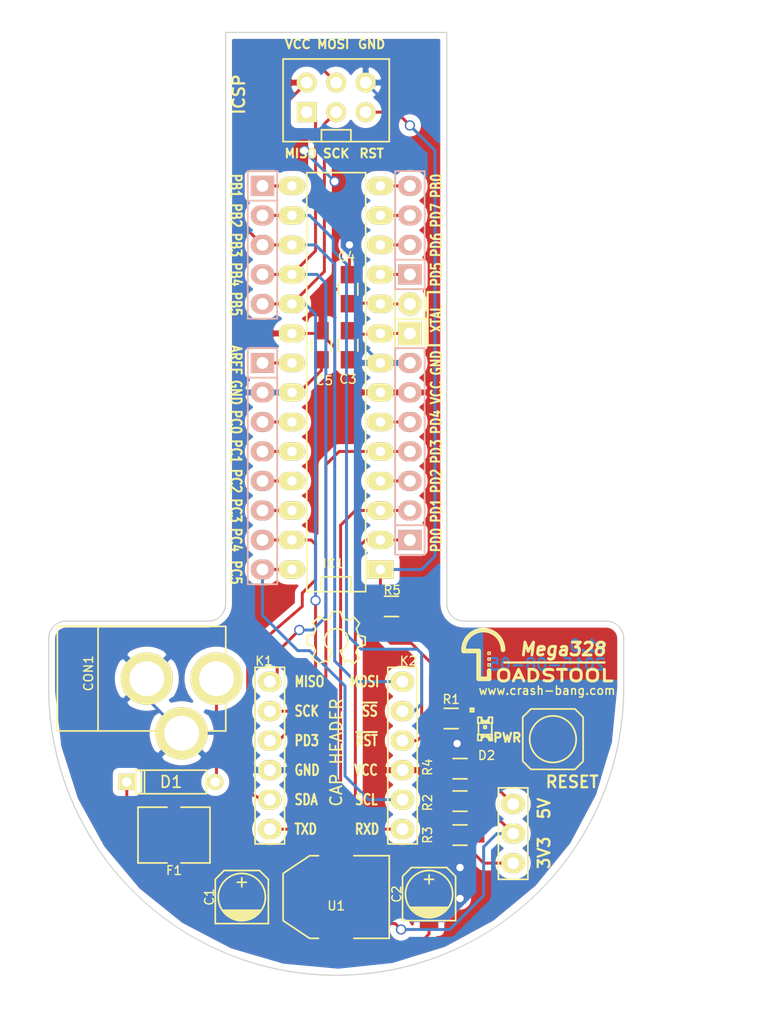
<source format=kicad_pcb>
(kicad_pcb (version 4) (host pcbnew "(2015-04-22 BZR 5620)-product")
  (layers (0 F.Cu signal) (31 B.Cu signal) (34 B.Paste user) (35 F.Paste user) (36 B.SilkS user) (37 F.SilkS user) (38 B.Mask user) (39 F.Mask user) (44 Edge.Cuts user))
  (net 0 "")
  (net 1 "Net-(C1-Pad1)")
  (net 2 GND)
  (net 3 VCC)
  (net 4 /XTAL1)
  (net 5 /XTAL2)
  (net 6 "Net-(CON1-Pad1)")
  (net 7 "Net-(D1-Pad2)")
  (net 8 "Net-(D2-Pad1)")
  (net 9 /PD0)
  (net 10 /PD1)
  (net 11 /PD2)
  (net 12 /PD3)
  (net 13 /PD4)
  (net 14 /PD5)
  (net 15 /PD6)
  (net 16 /PD7)
  (net 17 /PB0)
  (net 18 /RST)
  (net 19 /PB1)
  (net 20 /PB2)
  (net 21 /PB3)
  (net 22 /PB4)
  (net 23 /PB5)
  (net 24 /AREF)
  (net 25 /PC0)
  (net 26 /PC1)
  (net 27 /PC2)
  (net 28 /PC3)
  (net 29 /PC4)
  (net 30 /PC5)
  (net 31 "Net-(K3-Pad2)")
  (net 32 /3.3V)
  (net 33 /5V)
  (module Capacitors_SMD:C_0805_HandSoldering (layer F.Cu) (at 207.01 74.676 270)
    (fp_text reference C5 (at 3.048 -0.254 360) (layer F.SilkS) (effects (font (size 0.762 0.762) (thickness 0.125))))
    (fp_text value 100nF hide)
    (pad 1 smd rect (at -1.25 0 270) (size 1.5 1.25) (layers F.Cu F.Paste F.Mask) (net 3 VCC))
    (pad 2 smd rect (at 1.25 0 270) (size 1.5 1.25) (layers F.Cu F.Paste F.Mask) (net 2 GND))
  )
  (module Capacitors_SMD:C_0805_HandSoldering (layer F.Cu) (at 209.296 69.85 270)
    (fp_text reference C4 (at -2.794 0.127 360) (layer F.SilkS) (effects (font (size 0.762 0.762) (thickness 0.125))))
    (fp_text value 22pF hide)
    (pad 1 smd rect (at -1.25 0 270) (size 1.5 1.25) (layers F.Cu F.Paste F.Mask) (net 2 GND))
    (pad 2 smd rect (at 1.25 0 270) (size 1.5 1.25) (layers F.Cu F.Paste F.Mask) (net 5 /XTAL2))
  )
  (module ATMEGA328P-P (layer F.Cu) (at 208.28 77.47 90)
    (fp_text reference IC1 (at -16.002 -0.254 180) (layer F.SilkS) (effects (font (size 0.762 0.762) (thickness 0.127))))
    (fp_text value ATMEGA328P-P hide)
    (pad 2 thru_hole oval (at -13.97 3.81 90) (size 1.5748 2.286) (drill 0.8128) (layers *.Cu *.Mask F.SilkS) (net 9 /PD0))
    (pad 3 thru_hole oval (at -11.43 3.81 90) (size 1.5748 2.286) (drill 0.8128) (layers *.Cu *.Mask F.SilkS) (net 10 /PD1))
    (pad 4 thru_hole oval (at -8.89 3.81 90) (size 1.5748 2.286) (drill 0.8128) (layers *.Cu *.Mask F.SilkS) (net 11 /PD2))
    (pad 5 thru_hole oval (at -6.35 3.81 90) (size 1.5748 2.286) (drill 0.8128) (layers *.Cu *.Mask F.SilkS) (net 12 /PD3))
    (pad 6 thru_hole oval (at -3.81 3.81 90) (size 1.5748 2.286) (drill 0.8128) (layers *.Cu *.Mask F.SilkS) (net 13 /PD4))
    (pad 7 thru_hole oval (at -1.27 3.81 90) (size 1.5748 2.286) (drill 0.8128) (layers *.Cu *.Mask F.SilkS) (net 3 VCC))
    (pad 8 thru_hole oval (at 1.27 3.81 90) (size 1.5748 2.286) (drill 0.8128) (layers *.Cu *.Mask F.SilkS) (net 2 GND))
    (pad 9 thru_hole oval (at 3.81 3.81 90) (size 1.5748 2.286) (drill 0.8128) (layers *.Cu *.Mask F.SilkS) (net 4 /XTAL1))
    (pad 10 thru_hole oval (at 6.35 3.81 90) (size 1.5748 2.286) (drill 0.8128) (layers *.Cu *.Mask F.SilkS) (net 5 /XTAL2))
    (pad 11 thru_hole oval (at 8.89 3.81 90) (size 1.5748 2.286) (drill 0.8128) (layers *.Cu *.Mask F.SilkS) (net 14 /PD5))
    (pad 12 thru_hole oval (at 11.43 3.81 90) (size 1.5748 2.286) (drill 0.8128) (layers *.Cu *.Mask F.SilkS) (net 15 /PD6))
    (pad 13 thru_hole oval (at 13.97 3.81 90) (size 1.5748 2.286) (drill 0.8128) (layers *.Cu *.Mask F.SilkS) (net 16 /PD7))
    (pad 14 thru_hole oval (at 16.51 3.81 90) (size 1.5748 2.286) (drill 0.8128) (layers *.Cu *.Mask F.SilkS) (net 17 /PB0))
    (pad 1 thru_hole rect (at -16.51 3.81 90) (size 1.5748 2.286) (drill 0.8128) (layers *.Cu *.Mask F.SilkS) (net 18 /RST))
    (pad 15 thru_hole oval (at 16.51 -3.81 90) (size 1.5748 2.286) (drill 0.8128) (layers *.Cu *.Mask F.SilkS) (net 19 /PB1))
    (pad 16 thru_hole oval (at 13.97 -3.81 90) (size 1.5748 2.286) (drill 0.8128) (layers *.Cu *.Mask F.SilkS) (net 20 /PB2))
    (pad 17 thru_hole oval (at 11.43 -3.81 90) (size 1.5748 2.286) (drill 0.8128) (layers *.Cu *.Mask F.SilkS) (net 21 /PB3))
    (pad 18 thru_hole oval (at 8.89 -3.81 90) (size 1.5748 2.286) (drill 0.8128) (layers *.Cu *.Mask F.SilkS) (net 22 /PB4))
    (pad 19 thru_hole oval (at 6.35 -3.81 90) (size 1.5748 2.286) (drill 0.8128) (layers *.Cu *.Mask F.SilkS) (net 23 /PB5))
    (pad 20 thru_hole oval (at 3.81 -3.81 90) (size 1.5748 2.286) (drill 0.8128) (layers *.Cu *.Mask F.SilkS) (net 3 VCC))
    (pad 21 thru_hole oval (at 1.27 -3.81 90) (size 1.5748 2.286) (drill 0.8128) (layers *.Cu *.Mask F.SilkS) (net 24 /AREF))
    (pad 22 thru_hole oval (at -1.27 -3.81 90) (size 1.5748 2.286) (drill 0.8128) (layers *.Cu *.Mask F.SilkS) (net 2 GND))
    (pad 23 thru_hole oval (at -3.81 -3.81 90) (size 1.5748 2.286) (drill 0.8128) (layers *.Cu *.Mask F.SilkS) (net 25 /PC0))
    (pad 24 thru_hole oval (at -6.35 -3.81 90) (size 1.5748 2.286) (drill 0.8128) (layers *.Cu *.Mask F.SilkS) (net 26 /PC1))
    (pad 25 thru_hole oval (at -8.89 -3.81 90) (size 1.5748 2.286) (drill 0.8128) (layers *.Cu *.Mask F.SilkS) (net 27 /PC2))
    (pad 26 thru_hole oval (at -11.43 -3.81 90) (size 1.5748 2.286) (drill 0.8128) (layers *.Cu *.Mask F.SilkS) (net 28 /PC3))
    (pad 27 thru_hole oval (at -13.97 -3.81 90) (size 1.5748 2.286) (drill 0.8128) (layers *.Cu *.Mask F.SilkS) (net 29 /PC4))
    (pad 28 thru_hole oval (at -16.51 -3.81 90) (size 1.5748 2.286) (drill 0.8128) (layers *.Cu *.Mask F.SilkS) (net 30 /PC5))
  )
  (module Resistors_SMD:R_0805_HandSoldering (layer F.Cu) (at 213.0425 97.155)
    (fp_text reference R5 (at 0.0635 -1.397) (layer F.SilkS) (effects (font (size 0.762 0.762) (thickness 0.125))))
    (fp_text value 10k hide)
    (pad 1 smd rect (at -1.35 0) (size 1.5 1.3) (layers F.Cu F.Paste F.Mask) (net 18 /RST))
    (pad 2 smd rect (at 1.35 0) (size 1.5 1.3) (layers F.Cu F.Paste F.Mask) (net 3 VCC))
  )
  (module Pin_Headers:Pin_Header_Straight_1x07 (layer B.Cu) (at 214.63 83.82 90)
    (fp_text reference K5 hide)
    (fp_text value "PIN 2-8" hide)
    (pad 1 thru_hole rect (at -7.62 0 90) (size 1.7272 2.032) (drill 1.016) (layers *.Cu *.Mask B.SilkS) (net 9 /PD0))
    (pad 2 thru_hole oval (at -5.08 0 90) (size 1.7272 2.032) (drill 1.016) (layers *.Cu *.Mask B.SilkS) (net 10 /PD1))
    (pad 3 thru_hole oval (at -2.54 0 90) (size 1.7272 2.032) (drill 1.016) (layers *.Cu *.Mask B.SilkS) (net 11 /PD2))
    (pad 4 thru_hole oval (at 0 0 90) (size 1.7272 2.032) (drill 1.016) (layers *.Cu *.Mask B.SilkS) (net 12 /PD3))
    (pad 5 thru_hole oval (at 2.54 0 90) (size 1.7272 2.032) (drill 1.016) (layers *.Cu *.Mask B.SilkS) (net 13 /PD4))
    (pad 6 thru_hole oval (at 5.08 0 90) (size 1.7272 2.032) (drill 1.016) (layers *.Cu *.Mask B.SilkS) (net 3 VCC))
    (pad 7 thru_hole oval (at 7.62 0 90) (size 1.7272 2.032) (drill 1.016) (layers *.Cu *.Mask B.SilkS) (net 2 GND))
  )
  (module Pin_Headers:Pin_Header_Straight_1x08 (layer B.Cu) (at 201.93 85.09 270)
    (fp_text reference K6 hide)
    (fp_text value "PIN 21-28" hide)
    (pad 1 thru_hole rect (at -8.89 0 270) (size 1.7272 2.032) (drill 1.016) (layers *.Cu *.Mask B.SilkS) (net 24 /AREF))
    (pad 2 thru_hole oval (at -6.35 0 270) (size 1.7272 2.032) (drill 1.016) (layers *.Cu *.Mask B.SilkS) (net 2 GND))
    (pad 3 thru_hole oval (at -3.81 0 270) (size 1.7272 2.032) (drill 1.016) (layers *.Cu *.Mask B.SilkS) (net 25 /PC0))
    (pad 4 thru_hole oval (at -1.27 0 270) (size 1.7272 2.032) (drill 1.016) (layers *.Cu *.Mask B.SilkS) (net 26 /PC1))
    (pad 5 thru_hole oval (at 1.27 0 270) (size 1.7272 2.032) (drill 1.016) (layers *.Cu *.Mask B.SilkS) (net 27 /PC2))
    (pad 6 thru_hole oval (at 3.81 0 270) (size 1.7272 2.032) (drill 1.016) (layers *.Cu *.Mask B.SilkS) (net 28 /PC3))
    (pad 7 thru_hole oval (at 6.35 0 270) (size 1.7272 2.032) (drill 1.016) (layers *.Cu *.Mask B.SilkS) (net 29 /PC4))
    (pad 8 thru_hole oval (at 8.89 0 270) (size 1.7272 2.032) (drill 1.016) (layers *.Cu *.Mask B.SilkS) (net 30 /PC5))
  )
  (module Socket_Strips:Socket_Strip_Straight_1x02 (layer F.Cu) (at 214.63 72.39 270)
    (fp_text reference K7 hide)
    (fp_text value XTAL hide)
    (pad 1 thru_hole rect (at 1.27 0 90) (size 2.032 2.032) (drill 1.016) (layers *.Cu *.Mask F.SilkS) (net 4 /XTAL1))
    (pad 2 thru_hole oval (at -1.27 0 90) (size 2.032 2.032) (drill 1.016) (layers *.Cu *.Mask F.SilkS) (net 5 /XTAL2))
  )
  (module Pin_Headers:Pin_Header_Straight_1x05 (layer B.Cu) (at 201.93 66.04 270)
    (fp_text reference K8 hide)
    (fp_text value "PIN 15-19" hide)
    (pad 1 thru_hole rect (at -5.08 0 270) (size 1.7272 2.032) (drill 1.016) (layers *.Cu *.Mask B.SilkS) (net 19 /PB1))
    (pad 2 thru_hole oval (at -2.54 0 270) (size 1.7272 2.032) (drill 1.016) (layers *.Cu *.Mask B.SilkS) (net 20 /PB2))
    (pad 3 thru_hole oval (at 0 0 270) (size 1.7272 2.032) (drill 1.016) (layers *.Cu *.Mask B.SilkS) (net 21 /PB3))
    (pad 4 thru_hole oval (at 2.54 0 270) (size 1.7272 2.032) (drill 1.016) (layers *.Cu *.Mask B.SilkS) (net 22 /PB4))
    (pad 5 thru_hole oval (at 5.08 0 270) (size 1.7272 2.032) (drill 1.016) (layers *.Cu *.Mask B.SilkS) (net 23 /PB5))
  )
  (module Pin_Headers:Pin_Header_Straight_1x04 (layer B.Cu) (at 214.63 64.77 90)
    (fp_text reference K9 hide)
    (fp_text value "PIN 11-14" hide)
    (pad 1 thru_hole rect (at -3.81 0 90) (size 1.7272 2.032) (drill 1.016) (layers *.Cu *.Mask B.SilkS) (net 14 /PD5))
    (pad 2 thru_hole oval (at -1.27 0 90) (size 1.7272 2.032) (drill 1.016) (layers *.Cu *.Mask B.SilkS) (net 15 /PD6))
    (pad 3 thru_hole oval (at 1.27 0 90) (size 1.7272 2.032) (drill 1.016) (layers *.Cu *.Mask B.SilkS) (net 16 /PD7))
    (pad 4 thru_hole oval (at 3.81 0 90) (size 1.7272 2.032) (drill 1.016) (layers *.Cu *.Mask B.SilkS) (net 17 /PB0))
  )
  (module Toadstool:Toadstool_Logo (layer F.Cu) (at 225.552 101.092)
    (fp_text reference Toadstool_Logo hide)
    (fp_text value LOGO** hide)
    (fp_text user OADSTOOL (at 1.524 2.032) (layer F.SilkS) (effects (font (size 1 1.35) (thickness 0.25))))
  )
  (module Toadstool:LED-0805 (layer F.Cu) (at 221.107 107.696 270)
    (fp_text reference D2 (at 2.286 -0.127 540) (layer F.SilkS) (effects (font (size 0.762 0.762) (thickness 0.127))))
    (fp_text value PWR (at 0.762 -1.905 360) (layer F.SilkS) (effects (font (size 0.762 0.762) (thickness 0.1905))))
    (pad 1 smd rect (at -1.04902 0 270) (size 1.19888 1.19888) (layers F.Cu F.Paste F.Mask) (net 8 "Net-(D2-Pad1)"))
    (pad 2 smd rect (at 1.04902 0 270) (size 1.19888 1.19888) (layers F.Cu F.Paste F.Mask) (net 2 GND))
  )
  (module Toadstool:ICSP_Header_2x03 (layer F.Cu) (at 205.74 54.61 90)
    (fp_text reference K4 hide)
    (fp_text value ICSP (at 1.524 -5.842 90) (layer F.SilkS) (effects (font (thickness 0.2))))
    (pad 1 thru_hole rect (at 0 0 90) (size 1.7272 1.7272) (drill 1.016) (layers *.Cu *.Mask F.SilkS) (net 22 /PB4))
    (pad 2 thru_hole oval (at 2.54 0 90) (size 1.7272 1.7272) (drill 1.016) (layers *.Cu *.Mask F.SilkS) (net 3 VCC))
    (pad 3 thru_hole oval (at 0 2.54 90) (size 1.7272 1.7272) (drill 1.016) (layers *.Cu *.Mask F.SilkS) (net 23 /PB5))
    (pad 4 thru_hole oval (at 2.54 2.54 90) (size 1.7272 1.7272) (drill 1.016) (layers *.Cu *.Mask F.SilkS) (net 21 /PB3))
    (pad 5 thru_hole oval (at 0 5.08 90) (size 1.7272 1.7272) (drill 1.016) (layers *.Cu *.Mask F.SilkS) (net 18 /RST))
    (pad 6 thru_hole oval (at 2.54 5.08 90) (size 1.7272 1.7272) (drill 1.016) (layers *.Cu *.Mask F.SilkS) (net 2 GND))
  )
  (module Toadstool:c_elec_4x5.3 (layer F.Cu) (at 200.152 122.174 90)
    (fp_text reference C1 (at 0 -2.794 90) (layer F.SilkS) (effects (font (size 0.762 0.762) (thickness 0.127))))
    (fp_text value 10uF hide)
    (pad 1 smd rect (at 1.80086 0 90) (size 2.60096 1.6002) (layers F.Cu F.Paste F.Mask) (net 1 "Net-(C1-Pad1)"))
    (pad 2 smd rect (at -1.80086 0 90) (size 2.60096 1.6002) (layers F.Cu F.Paste F.Mask) (net 2 GND))
  )
  (module Toadstool:SOT-223 (layer F.Cu) (at 208.28 122.174 90)
    (fp_text reference U1 (at -0.762 0 180) (layer F.SilkS) (effects (font (size 0.762 0.762) (thickness 0.127))))
    (fp_text value LD1117 hide)
    (pad 2 smd rect (at 0 -3.302 90) (size 3.6576 2.032) (layers F.Cu F.Paste F.Mask) (net 3 VCC))
    (pad 2 smd rect (at 0 3.302 90) (size 1.016 2.032) (layers F.Cu F.Paste F.Mask) (net 3 VCC))
    (pad 3 smd rect (at 2.286 3.302 90) (size 1.016 2.032) (layers F.Cu F.Paste F.Mask) (net 1 "Net-(C1-Pad1)"))
    (pad 1 smd rect (at -2.286 3.302 90) (size 1.016 2.032) (layers F.Cu F.Paste F.Mask) (net 31 "Net-(K3-Pad2)"))
  )
  (module Toadstool:Socket_Strip_Straight_1x06 (layer F.Cu) (at 202.565 103.632 270)
    (fp_text reference K1 (at -1.778 0.508 360) (layer F.SilkS) (effects (font (size 0.762 0.762) (thickness 0.127))))
    (fp_text value CAP_CONN_LHS hide)
    (pad 1 thru_hole oval (at 0 0 270) (size 1.7272 2.032) (drill 1.016) (layers *.Cu *.Mask F.SilkS) (net 22 /PB4))
    (pad 2 thru_hole oval (at 2.54 0 270) (size 1.7272 2.032) (drill 1.016) (layers *.Cu *.Mask F.SilkS) (net 23 /PB5))
    (pad 3 thru_hole oval (at 5.08 0 270) (size 1.7272 2.032) (drill 1.016) (layers *.Cu *.Mask F.SilkS) (net 12 /PD3))
    (pad 4 thru_hole oval (at 7.62 0 270) (size 1.7272 2.032) (drill 1.016) (layers *.Cu *.Mask F.SilkS) (net 2 GND))
    (pad 5 thru_hole oval (at 10.16 0 270) (size 1.7272 2.032) (drill 1.016) (layers *.Cu *.Mask F.SilkS) (net 29 /PC4))
    (pad 6 thru_hole oval (at 12.7 0 270) (size 1.7272 2.032) (drill 1.016) (layers *.Cu *.Mask F.SilkS) (net 10 /PD1))
  )
  (module Toadstool:Socket_Strip_Straight_1x06 (layer F.Cu) (at 213.995 103.632 270)
    (fp_text reference K2 (at -1.778 -0.508 360) (layer F.SilkS) (effects (font (size 0.762 0.762) (thickness 0.127))))
    (fp_text value CAP_CONN_RHS hide)
    (pad 1 thru_hole oval (at 0 0 270) (size 1.7272 2.032) (drill 1.016) (layers *.Cu *.Mask F.SilkS) (net 21 /PB3))
    (pad 2 thru_hole oval (at 2.54 0 270) (size 1.7272 2.032) (drill 1.016) (layers *.Cu *.Mask F.SilkS) (net 20 /PB2))
    (pad 3 thru_hole oval (at 5.08 0 270) (size 1.7272 2.032) (drill 1.016) (layers *.Cu *.Mask F.SilkS) (net 18 /RST))
    (pad 4 thru_hole oval (at 7.62 0 270) (size 1.7272 2.032) (drill 1.016) (layers *.Cu *.Mask F.SilkS) (net 3 VCC))
    (pad 5 thru_hole oval (at 10.16 0 270) (size 1.7272 2.032) (drill 1.016) (layers *.Cu *.Mask F.SilkS) (net 30 /PC5))
    (pad 6 thru_hole oval (at 12.7 0 270) (size 1.7272 2.032) (drill 1.016) (layers *.Cu *.Mask F.SilkS) (net 9 /PD0))
  )
  (module Toadstool:Diode_D3 (layer F.Cu) (at 194.056 112.268 180)
    (fp_text reference D1 (at 0 0 180) (layer F.SilkS))
    (fp_text value DIODE hide)
    (pad 2 thru_hole rect (at 3.81 0 180) (size 1.397 1.397) (drill 0.8128) (layers *.Cu *.Mask F.SilkS) (net 7 "Net-(D1-Pad2)"))
    (pad 1 thru_hole circle (at -3.81 0 180) (size 1.397 1.397) (drill 0.8128) (layers *.Cu *.Mask F.SilkS) (net 6 "Net-(CON1-Pad1)"))
  )
  (module Toadstool:Symbol_OSHW-Logo_SilkScreen (layer F.Cu) (at 208.28 100.076)
    (fp_text reference REF** hide)
    (fp_text value Symbol_OSHW-Logo_SilkScreen hide)
  )
  (module Toadstool:c_elec_4x5.3 (layer F.Cu) (at 216.281 121.92 90)
    (fp_text reference C2 (at 0 -2.794 90) (layer F.SilkS) (effects (font (size 0.762 0.762) (thickness 0.125))))
    (fp_text value 10uF hide)
    (pad 1 smd rect (at 1.80086 0 90) (size 2.60096 1.6002) (layers F.Cu F.Paste F.Mask) (net 3 VCC))
    (pad 2 smd rect (at -1.80086 0 90) (size 2.60096 1.6002) (layers F.Cu F.Paste F.Mask) (net 2 GND))
  )
  (module Resistors_SMD:R_0805_HandSoldering (layer F.Cu) (at 218.186 106.807 180)
    (fp_text reference R1 (at 0 1.651 180) (layer F.SilkS) (effects (font (size 0.762 0.762) (thickness 0.125))))
    (fp_text value R330 hide)
    (pad 1 smd rect (at -1.35 0 180) (size 1.5 1.3) (layers F.Cu F.Paste F.Mask) (net 8 "Net-(D2-Pad1)"))
    (pad 2 smd rect (at 1.35 0 180) (size 1.5 1.3) (layers F.Cu F.Paste F.Mask) (net 3 VCC))
  )
  (module Resistors_SMD:R_0805_HandSoldering (layer F.Cu) (at 218.948 111.125)
    (fp_text reference R4 (at -2.794 -0.127 90) (layer F.SilkS) (effects (font (size 0.762 0.762) (thickness 0.125))))
    (fp_text value 360R hide)
    (pad 1 smd rect (at -1.35 0) (size 1.5 1.3) (layers F.Cu F.Paste F.Mask) (net 2 GND))
    (pad 2 smd rect (at 1.35 0) (size 1.5 1.3) (layers F.Cu F.Paste F.Mask) (net 33 /5V))
  )
  (module Resistors_SMD:R_0805_HandSoldering (layer F.Cu) (at 218.948 113.919 180)
    (fp_text reference R2 (at 2.794 -0.127 270) (layer F.SilkS) (effects (font (size 0.762 0.762) (thickness 0.125))))
    (fp_text value 120R hide)
    (pad 1 smd rect (at -1.35 0 180) (size 1.5 1.3) (layers F.Cu F.Paste F.Mask) (net 31 "Net-(K3-Pad2)"))
    (pad 2 smd rect (at 1.35 0 180) (size 1.5 1.3) (layers F.Cu F.Paste F.Mask) (net 3 VCC))
  )
  (module Resistors_SMD:R_0805_HandSoldering (layer F.Cu) (at 218.948 116.84)
    (fp_text reference R3 (at -2.794 0 90) (layer F.SilkS) (effects (font (size 0.762 0.762) (thickness 0.125))))
    (fp_text value 200R hide)
    (pad 1 smd rect (at -1.35 0) (size 1.5 1.3) (layers F.Cu F.Paste F.Mask) (net 2 GND))
    (pad 2 smd rect (at 1.35 0) (size 1.5 1.3) (layers F.Cu F.Paste F.Mask) (net 32 /3.3V))
  )
  (module Toadstool:Switch_SMT_Alps_SKQGAxE010 (layer F.Cu) (at 226.949 108.585)
    (fp_text reference SW1 hide)
    (fp_text value RESET (at 1.651 3.683) (layer F.SilkS) (effects (font (thickness 0.2))))
    (pad 1 smd rect (at -3.1 -1.85) (size 2 1.5) (layers F.Cu F.Paste F.Mask) (net 18 /RST))
    (pad 1 smd rect (at 3.1 -1.85) (size 2 1.5) (layers F.Cu F.Paste F.Mask) (net 18 /RST))
    (pad 2 smd rect (at -3.1 1.85) (size 2 1.5) (layers F.Cu F.Paste F.Mask) (net 2 GND))
    (pad 2 smd rect (at 3.1 1.85) (size 2 1.5) (layers F.Cu F.Paste F.Mask) (net 2 GND))
  )
  (module Toadstool:MiniSMDPTC-4532 (layer F.Cu) (at 194.31 116.84 180)
    (fp_text reference F1 (at 0 -3.048 180) (layer F.SilkS) (effects (font (size 0.762 0.762) (thickness 0.125))))
    (fp_text value 750mA hide)
    (pad 1 smd rect (at -1.6 0 180) (size 1.7 3.15) (layers F.Cu F.Paste F.Mask) (net 1 "Net-(C1-Pad1)"))
    (pad 2 smd rect (at 1.5 0 180) (size 1.7 3.15) (layers F.Cu F.Paste F.Mask) (net 7 "Net-(D1-Pad2)"))
  )
  (module Toadstool:BARREL_JACK_No_Slot (layer F.Cu) (at 191.77 103.378)
    (fp_text reference CON1 (at -4.826 -0.4572 90) (layer F.SilkS) (effects (font (size 0.762 0.762) (thickness 0.125))))
    (fp_text value BARREL_JACK hide)
    (pad 1 thru_hole circle (at 6.20014 0) (size 4.5 4.5) (drill 3) (layers *.Cu *.Mask F.SilkS) (net 6 "Net-(CON1-Pad1)"))
    (pad 2 thru_hole circle (at 0.20066 0) (size 4.5 4.5) (drill 3) (layers *.Cu *.Mask F.SilkS) (net 2 GND))
    (pad 3 thru_hole circle (at 3.2004 4.699) (size 4.5 4.5) (drill 3) (layers *.Cu *.Mask F.SilkS) (net 2 GND))
  )
  (module Capacitors_SMD:C_0805_HandSoldering (layer F.Cu) (at 209.296 74.676 90)
    (fp_text reference C3 (at -2.921 0 180) (layer F.SilkS) (effects (font (size 0.762 0.762) (thickness 0.125))))
    (fp_text value 22pF hide)
    (pad 1 smd rect (at -1.25 0 90) (size 1.5 1.25) (layers F.Cu F.Paste F.Mask) (net 2 GND))
    (pad 2 smd rect (at 1.25 0 90) (size 1.5 1.25) (layers F.Cu F.Paste F.Mask) (net 4 /XTAL1))
  )
  (module Toadstool:Pin_Header_Straight_1x03 (layer F.Cu) (at 223.52 119.253 180)
    (fp_text reference K3 hide)
    (fp_text value V-SELECT hide)
    (pad 1 thru_hole oval (at 0 0 180) (size 2.032 1.7272) (drill 1.016) (layers *.Cu *.Mask F.SilkS) (net 32 /3.3V))
    (pad 2 thru_hole oval (at 0 2.54 180) (size 2.032 1.7272) (drill 1.016) (layers *.Cu *.Mask F.SilkS) (net 31 "Net-(K3-Pad2)"))
    (pad 3 thru_hole oval (at 0 5.08 180) (size 2.032 1.7272) (drill 1.016) (layers *.Cu *.Mask F.SilkS) (net 33 /5V))
  )
  (gr_text "CAP HEADER" (at 208.28 109.728 90) (layer F.SilkS) (effects (font (size 1 1))))
  (gr_text MISO (at 204.597 103.632) (layer F.SilkS) (effects (font (size 0.9 0.7) (thickness 0.175)) (justify left)))
  (gr_text SCK (at 204.597 106.172) (layer F.SilkS) (effects (font (size 0.9 0.7) (thickness 0.175)) (justify left)))
  (gr_text PD3 (at 204.597 108.712) (layer F.SilkS) (effects (font (size 0.9 0.7) (thickness 0.175)) (justify left)))
  (gr_text SDA (at 204.597 113.792) (layer F.SilkS) (effects (font (size 0.9 0.7) (thickness 0.175)) (justify left)))
  (gr_text TXD (at 204.597 116.332) (layer F.SilkS) (effects (font (size 0.9 0.7) (thickness 0.175)) (justify left)))
  (gr_text RXD (at 212.09 116.332) (layer F.SilkS) (effects (font (size 0.9 0.7) (thickness 0.175)) (justify right)))
  (gr_text SCL (at 211.963 113.792) (layer F.SilkS) (effects (font (size 0.9 0.7) (thickness 0.175)) (justify right)))
  (gr_text MOSI (at 212.09 103.632) (layer F.SilkS) (effects (font (size 0.9 0.7) (thickness 0.175)) (justify right)))
  (gr_text ~SS (at 211.963 106.172) (layer F.SilkS) (effects (font (size 0.9 0.7) (thickness 0.175)) (justify right)))
  (gr_text ~RST (at 211.963 108.712) (layer F.SilkS) (effects (font (size 0.9 0.7) (thickness 0.175)) (justify right)))
  (gr_text VCC (at 211.963 111.252) (layer F.SilkS) (effects (font (size 0.9 0.7) (thickness 0.175)) (justify right)))
  (gr_text GND (at 204.597 111.252) (layer F.SilkS) (effects (font (size 0.9 0.7) (thickness 0.175)) (justify left)))
  (gr_line (start 222.758 101.981) (end 231.394 101.981) (angle 90) (layer F.SilkS) (width 0.2))
  (gr_arc (start 219.305 96.925) (end 219.305 98.425) (angle 90) (layer Edge.Cuts) (width 0.1))
  (gr_arc (start 197.255 96.925) (end 198.755 96.925) (angle 90) (layer Edge.Cuts) (width 0.1))
  (gr_arc (start 231.545 99.925) (end 231.545 98.425) (angle 90) (layer Edge.Cuts) (width 0.1))
  (gr_arc (start 185.015 99.925) (end 183.515 99.925) (angle 90) (layer Edge.Cuts) (width 0.1))
  (gr_text VCC (at 204.978 48.768) (layer F.SilkS) (effects (font (size 0.762 0.762) (thickness 0.175))))
  (gr_text MOSI (at 208.026 48.768) (layer F.SilkS) (effects (font (size 0.762 0.762) (thickness 0.175))))
  (gr_text GND (at 211.328 48.768) (layer F.SilkS) (effects (font (size 0.762 0.762) (thickness 0.175))))
  (gr_text RST (at 211.328 58.166) (layer F.SilkS) (effects (font (size 0.762 0.762) (thickness 0.175))))
  (gr_text SCK (at 208.28 58.166) (layer F.SilkS) (effects (font (size 0.762 0.762) (thickness 0.175))))
  (gr_text MISO (at 205.232 58.166) (layer F.SilkS) (effects (font (size 0.762 0.762) (thickness 0.175))))
  (gr_text PC5 (at 199.644 94.234 270) (layer F.SilkS) (effects (font (size 0.9 0.7) (thickness 0.175))))
  (gr_text PC4 (at 199.644 91.44 270) (layer F.SilkS) (effects (font (size 0.9 0.7) (thickness 0.175))))
  (gr_text PC3 (at 199.644 88.9 270) (layer F.SilkS) (effects (font (size 0.9 0.7) (thickness 0.175))))
  (gr_text PC2 (at 199.644 86.36 270) (layer F.SilkS) (effects (font (size 0.9 0.7) (thickness 0.175))))
  (gr_text PC1 (at 199.644 83.82 270) (layer F.SilkS) (effects (font (size 0.9 0.7) (thickness 0.175))))
  (gr_text PC0 (at 199.644 81.28 270) (layer F.SilkS) (effects (font (size 0.9 0.7) (thickness 0.175))))
  (gr_text GND (at 199.644 78.74 270) (layer F.SilkS) (effects (font (size 0.9 0.7) (thickness 0.175))))
  (gr_text AREF (at 199.644 75.946 270) (layer F.SilkS) (effects (font (size 0.9 0.7) (thickness 0.175))))
  (gr_text PB5 (at 199.644 71.12 270) (layer F.SilkS) (effects (font (size 0.9 0.7) (thickness 0.175))))
  (gr_text PB4 (at 199.644 68.58 270) (layer F.SilkS) (effects (font (size 0.9 0.7) (thickness 0.175))))
  (gr_text PB3 (at 199.644 66.04 270) (layer F.SilkS) (effects (font (size 0.9 0.7) (thickness 0.175))))
  (gr_text PB2 (at 199.644 63.5 270) (layer F.SilkS) (effects (font (size 0.9 0.7) (thickness 0.175))))
  (gr_text PB1 (at 199.644 60.96 270) (layer F.SilkS) (effects (font (size 0.9 0.7) (thickness 0.175))))
  (gr_line (start 216.154 74.676) (end 217.17 74.676) (angle 90) (layer F.SilkS) (width 0.2))
  (gr_line (start 216.154 70.104) (end 216.154 74.676) (angle 90) (layer F.SilkS) (width 0.2))
  (gr_line (start 216.154 70.104) (end 217.17 70.104) (angle 90) (layer F.SilkS) (width 0.2))
  (gr_text PB0 (at 216.916 60.96 90) (layer F.SilkS) (effects (font (size 0.9 0.7) (thickness 0.175))))
  (gr_text PD7 (at 216.916 63.5 90) (layer F.SilkS) (effects (font (size 0.9 0.7) (thickness 0.175))))
  (gr_text PD6 (at 216.916 66.04 90) (layer F.SilkS) (effects (font (size 0.9 0.7) (thickness 0.175))))
  (gr_text PD5 (at 216.916 68.58 90) (layer F.SilkS) (effects (font (size 0.9 0.7) (thickness 0.175))))
  (gr_text XTAL (at 216.916 72.39 90) (layer F.SilkS) (effects (font (size 0.9 0.7) (thickness 0.175))))
  (gr_text GND (at 216.916 76.2 90) (layer F.SilkS) (effects (font (size 0.9 0.7) (thickness 0.175))))
  (gr_text VCC (at 216.916 78.74 90) (layer F.SilkS) (effects (font (size 0.9 0.7) (thickness 0.175))))
  (gr_text PD4 (at 216.916 81.28 90) (layer F.SilkS) (effects (font (size 0.9 0.7) (thickness 0.175))))
  (gr_text PD3 (at 216.916 83.82 90) (layer F.SilkS) (effects (font (size 0.9 0.7) (thickness 0.175))))
  (gr_text PD2 (at 216.916 86.36 90) (layer F.SilkS) (effects (font (size 0.9 0.7) (thickness 0.175))))
  (gr_text PD1 (at 216.916 88.9 90) (layer F.SilkS) (effects (font (size 0.9 0.7) (thickness 0.175))))
  (gr_text PD0 (at 216.916 91.44 90) (layer F.SilkS) (effects (font (size 0.9 0.7) (thickness 0.175))))
  (gr_text "v1.0\n2015-08-05" (at 231.648 101.346) (layer B.Cu) (effects (font (size 1 1) (thickness 0.2)) (justify left mirror)))
  (gr_text www.crash-bang.com (at 220.472 104.394) (layer F.SilkS) (effects (font (size 0.729 0.729) (thickness 0.127)) (justify left)))
  (gr_text Mega328 (at 231.648 100.838) (layer F.SilkS) (effects (font (size 1.1 1.1) (thickness 0.25) italic) (justify right)))
  (gr_text 5V (at 226.187 114.554 90) (layer F.SilkS) (effects (font (size 1 1) (thickness 0.2))))
  (gr_text 3V3 (at 226.187 118.364 90) (layer F.SilkS) (effects (font (size 1 1) (thickness 0.2))))
  (gr_line (start 183.515 99.925) (end 183.515 104.14) (angle 90) (layer Edge.Cuts) (width 0.1))
  (gr_line (start 233.045 99.925) (end 233.045 104.14) (angle 90) (layer Edge.Cuts) (width 0.1))
  (gr_arc (start 208.28 104.14) (end 233.045 104.14) (angle 180) (layer Edge.Cuts) (width 0.1))
  (gr_line (start 197.255 98.425) (end 185.015 98.425) (angle 90) (layer Edge.Cuts) (width 0.1))
  (gr_line (start 219.305 98.425) (end 231.545 98.425) (angle 90) (layer Edge.Cuts) (width 0.1))
  (gr_line (start 198.755 96.925) (end 198.755 47.752) (angle 90) (layer Edge.Cuts) (width 0.1))
  (gr_line (start 217.805 47.752) (end 217.805 96.925) (angle 90) (layer Edge.Cuts) (width 0.1))
  (gr_line (start 198.755 47.752) (end 217.805 47.752) (angle 90) (layer Edge.Cuts) (width 0.1))
  (segment (start 200.152 120.37314) (end 201.06386 120.37314) (width 0.254) (layer F.Cu) (net 1))
  (segment (start 209.2325 119.888) (end 211.582 119.888) (width 0.254) (layer F.Cu) (net 1))
  (segment (start 208.4705 119.126) (end 209.2325 119.888) (width 0.254) (layer F.Cu) (net 1))
  (segment (start 202.311 119.126) (end 208.4705 119.126) (width 0.254) (layer F.Cu) (net 1))
  (segment (start 201.06386 120.37314) (end 202.311 119.126) (width 0.254) (layer F.Cu) (net 1))
  (segment (start 198.35114 120.37314) (end 200.152 120.37314) (width 0.254) (layer F.Cu) (net 1))
  (segment (start 195.91 117.932) (end 198.35114 120.37314) (width 0.254) (layer F.Cu) (net 1))
  (segment (start 195.91 116.84) (end 195.91 117.932) (width 0.254) (layer F.Cu) (net 1))
  (segment (start 217.998 116.84) (end 217.998 118.684) (width 0.254) (layer F.Cu) (net 2))
  (segment (start 217.52814 123.72086) (end 216.281 123.72086) (width 0.254) (layer F.Cu) (net 2))
  (segment (start 218.948 122.301) (end 217.52814 123.72086) (width 0.254) (layer F.Cu) (net 2))
  (via (at 218.948 122.301) (size 0.889) (layers F.Cu B.Cu) (net 2))
  (segment (start 218.948 119.634) (end 218.948 122.301) (width 0.254) (layer B.Cu) (net 2))
  (via (at 218.948 119.634) (size 0.889) (layers F.Cu B.Cu) (net 2))
  (segment (start 217.998 118.684) (end 218.948 119.634) (width 0.254) (layer F.Cu) (net 2))
  (segment (start 200.152 123.97486) (end 200.152 124.46) (width 0.254) (layer F.Cu) (net 2))
  (segment (start 200.152 124.46) (end 202.311 126.619) (width 0.254) (layer F.Cu) (net 2))
  (segment (start 202.311 126.619) (end 215.011 126.619) (width 0.254) (layer F.Cu) (net 2))
  (segment (start 215.011 126.619) (end 216.281 125.349) (width 0.254) (layer F.Cu) (net 2))
  (segment (start 216.281 125.349) (end 216.281 123.72086) (width 0.254) (layer F.Cu) (net 2))
  (segment (start 209.296 75.6285) (end 209.8675 76.2) (width 0.254) (layer F.Cu) (net 2))
  (segment (start 199.898 79.502) (end 199.898 57.658) (width 0.254) (layer B.Cu) (net 2))
  (segment (start 199.898 57.658) (end 200.787 56.769) (width 0.254) (layer B.Cu) (net 2))
  (segment (start 209.423 69.0245) (end 209.423 66.04) (width 0.254) (layer F.Cu) (net 2))
  (segment (start 212.979 54.229) (end 210.82 52.07) (width 0.254) (layer B.Cu) (net 2))
  (segment (start 212.979 55.88) (end 212.979 54.229) (width 0.254) (layer B.Cu) (net 2))
  (segment (start 209.296 69.1515) (end 209.423 69.0245) (width 0.254) (layer F.Cu) (net 2))
  (segment (start 207.01 76.835) (end 207.01 75.6285) (width 0.254) (layer F.Cu) (net 2))
  (segment (start 207.01 56.769) (end 209.55 59.309) (width 0.254) (layer B.Cu) (net 2))
  (segment (start 200.787 56.769) (end 207.01 56.769) (width 0.254) (layer B.Cu) (net 2))
  (segment (start 209.55 65.913) (end 209.55 59.309) (width 0.254) (layer B.Cu) (net 2))
  (via (at 209.423 66.04) (size 0.889) (layers F.Cu B.Cu) (net 2))
  (segment (start 209.55 59.309) (end 212.979 55.88) (width 0.254) (layer B.Cu) (net 2))
  (segment (start 201.549 111.252) (end 198.374 108.077) (width 0.254) (layer B.Cu) (net 2))
  (segment (start 198.374 108.077) (end 194.9704 108.077) (width 0.254) (layer B.Cu) (net 2))
  (segment (start 203.2 111.252) (end 201.549 111.252) (width 0.254) (layer B.Cu) (net 2))
  (segment (start 204.47 78.74) (end 201.93 78.74) (width 0.254) (layer B.Cu) (net 2))
  (segment (start 191.97066 105.07726) (end 194.9704 108.077) (width 0.254) (layer B.Cu) (net 2))
  (segment (start 191.97066 103.378) (end 191.97066 105.07726) (width 0.254) (layer B.Cu) (net 2))
  (segment (start 216.8144 123.51766) (end 217.24366 123.51766) (width 0.254) (layer F.Cu) (net 2))
  (segment (start 230.149 110.435) (end 223.749 110.435) (width 0.254) (layer F.Cu) (net 2))
  (segment (start 222.05902 108.74502) (end 223.749 110.435) (width 0.254) (layer F.Cu) (net 2))
  (segment (start 221.107 108.74502) (end 222.05902 108.74502) (width 0.254) (layer F.Cu) (net 2))
  (segment (start 218.91498 108.74502) (end 218.694 108.966) (width 0.254) (layer F.Cu) (net 2))
  (segment (start 217.998 109.662) (end 218.694 108.966) (width 0.254) (layer F.Cu) (net 2))
  (via (at 218.694 108.966) (size 0.889) (layers F.Cu B.Cu) (net 2))
  (segment (start 217.998 109.662) (end 217.998 111.125) (width 0.254) (layer F.Cu) (net 2))
  (segment (start 221.107 108.74502) (end 218.91498 108.74502) (width 0.254) (layer F.Cu) (net 2))
  (segment (start 210.439 67.056) (end 209.423 66.04) (width 0.254) (layer B.Cu) (net 2))
  (segment (start 209.423 66.04) (end 209.55 65.913) (width 0.254) (layer B.Cu) (net 2))
  (segment (start 210.439 74.549) (end 210.439 67.056) (width 0.254) (layer B.Cu) (net 2))
  (segment (start 212.09 76.2) (end 210.439 74.549) (width 0.254) (layer B.Cu) (net 2))
  (segment (start 209.8675 76.2) (end 212.09 76.2) (width 0.254) (layer F.Cu) (net 2))
  (segment (start 212.09 76.2) (end 214.63 76.2) (width 0.254) (layer B.Cu) (net 2))
  (segment (start 204.47 78.74) (end 205.105 78.74) (width 0.254) (layer F.Cu) (net 2))
  (segment (start 205.105 78.74) (end 207.01 76.835) (width 0.254) (layer F.Cu) (net 2))
  (segment (start 216.281 114.554) (end 216.281 112.395) (width 0.254) (layer F.Cu) (net 3))
  (segment (start 215.138 111.252) (end 213.36 111.252) (width 0.254) (layer F.Cu) (net 3))
  (segment (start 216.281 112.395) (end 215.138 111.252) (width 0.254) (layer F.Cu) (net 3))
  (segment (start 216.281 120.11914) (end 216.281 114.554) (width 0.254) (layer F.Cu) (net 3))
  (segment (start 216.916 113.919) (end 217.998 113.919) (width 0.254) (layer F.Cu) (net 3))
  (segment (start 216.281 114.554) (end 216.916 113.919) (width 0.254) (layer F.Cu) (net 3))
  (segment (start 211.582 122.174) (end 212.979 122.174) (width 0.254) (layer F.Cu) (net 3))
  (segment (start 215.03386 120.11914) (end 216.281 120.11914) (width 0.254) (layer F.Cu) (net 3))
  (segment (start 212.979 122.174) (end 215.03386 120.11914) (width 0.254) (layer F.Cu) (net 3))
  (segment (start 206.9465 73.66) (end 207.01 73.7235) (width 0.254) (layer F.Cu) (net 3))
  (segment (start 207.01 73.7235) (end 208.153 74.8665) (width 0.254) (layer F.Cu) (net 3))
  (segment (start 204.089 53.721) (end 204.089 56.4515) (width 0.254) (layer F.Cu) (net 3))
  (segment (start 204.089 56.4515) (end 205.5495 57.912) (width 0.254) (layer F.Cu) (net 3))
  (via (at 205.5495 57.912) (size 0.889) (layers F.Cu B.Cu) (net 3))
  (segment (start 205.5495 57.912) (end 205.5495 57.9755) (width 0.254) (layer B.Cu) (net 3))
  (segment (start 205.5495 57.9755) (end 208.153 60.579) (width 0.254) (layer B.Cu) (net 3))
  (via (at 208.153 60.579) (size 0.889) (layers F.Cu B.Cu) (net 3))
  (segment (start 208.153 60.579) (end 208.153 68.453) (width 0.254) (layer F.Cu) (net 3))
  (segment (start 208.153 68.453) (end 207.01 69.596) (width 0.254) (layer F.Cu) (net 3))
  (segment (start 207.01 69.596) (end 207.01 73.7235) (width 0.254) (layer F.Cu) (net 3))
  (segment (start 205.74 52.07) (end 204.089 53.721) (width 0.254) (layer F.Cu) (net 3))
  (segment (start 216.8144 119.91594) (end 216.43594 119.91594) (width 0.254) (layer F.Cu) (net 3))
  (segment (start 208.153 76.835) (end 210.058 78.74) (width 0.254) (layer F.Cu) (net 3))
  (segment (start 208.153 74.8665) (end 208.153 76.835) (width 0.254) (layer F.Cu) (net 3))
  (segment (start 212.09 78.74) (end 214.63 78.74) (width 0.254) (layer F.Cu) (net 3))
  (segment (start 212.09 78.74) (end 210.058 78.74) (width 0.254) (layer F.Cu) (net 3))
  (segment (start 204.47 73.66) (end 206.9465 73.66) (width 0.254) (layer F.Cu) (net 3))
  (segment (start 212.09 73.66) (end 214.63 73.66) (width 0.254) (layer F.Cu) (net 4))
  (segment (start 212.0265 73.7235) (end 212.09 73.66) (width 0.254) (layer F.Cu) (net 4))
  (segment (start 209.296 73.7235) (end 212.0265 73.7235) (width 0.254) (layer F.Cu) (net 4))
  (segment (start 212.09 71.12) (end 214.63 71.12) (width 0.254) (layer F.Cu) (net 5))
  (segment (start 212.0265 71.0565) (end 212.09 71.12) (width 0.254) (layer F.Cu) (net 5))
  (segment (start 209.296 71.0565) (end 212.0265 71.0565) (width 0.254) (layer F.Cu) (net 5))
  (segment (start 197.97014 112.16386) (end 197.866 112.268) (width 0.254) (layer F.Cu) (net 6))
  (segment (start 197.97014 103.378) (end 197.97014 112.16386) (width 0.254) (layer F.Cu) (net 6))
  (segment (start 190.246 116.205) (end 190.881 116.84) (width 0.254) (layer F.Cu) (net 7))
  (segment (start 190.881 116.84) (end 192.81 116.84) (width 0.254) (layer F.Cu) (net 7))
  (segment (start 190.246 112.268) (end 190.246 116.205) (width 0.254) (layer F.Cu) (net 7))
  (segment (start 219.136 106.807) (end 220.94698 106.807) (width 0.254) (layer F.Cu) (net 8))
  (segment (start 220.94698 106.807) (end 221.107 106.64698) (width 0.254) (layer F.Cu) (net 8))
  (segment (start 212.09 91.44) (end 214.63 91.44) (width 0.254) (layer F.Cu) (net 9))
  (segment (start 211.836 116.332) (end 209.931 114.427) (width 0.254) (layer F.Cu) (net 9))
  (segment (start 209.931 114.427) (end 209.931 92.329) (width 0.254) (layer F.Cu) (net 9))
  (segment (start 209.931 92.329) (end 210.82 91.44) (width 0.254) (layer F.Cu) (net 9))
  (segment (start 210.82 91.44) (end 212.09 91.44) (width 0.254) (layer F.Cu) (net 9))
  (segment (start 213.36 116.332) (end 211.836 116.332) (width 0.254) (layer F.Cu) (net 9))
  (segment (start 206.375 116.332) (end 208.661 114.046) (width 0.254) (layer F.Cu) (net 10))
  (segment (start 208.661 114.046) (end 208.661 90.17) (width 0.254) (layer F.Cu) (net 10))
  (segment (start 208.661 90.17) (end 209.931 88.9) (width 0.254) (layer F.Cu) (net 10))
  (segment (start 203.2 116.332) (end 206.375 116.332) (width 0.254) (layer F.Cu) (net 10))
  (segment (start 212.09 88.9) (end 214.63 88.9) (width 0.254) (layer F.Cu) (net 10))
  (segment (start 211.074 88.9) (end 212.09 88.9) (width 0.254) (layer F.Cu) (net 10))
  (segment (start 209.931 88.9) (end 212.09 88.9) (width 0.254) (layer F.Cu) (net 10))
  (segment (start 212.09 86.36) (end 214.63 86.36) (width 0.254) (layer F.Cu) (net 11))
  (segment (start 208.534 83.82) (end 212.09 83.82) (width 0.254) (layer F.Cu) (net 12))
  (segment (start 212.09 83.82) (end 214.63 83.82) (width 0.254) (layer F.Cu) (net 12))
  (segment (start 207.391 84.963) (end 208.534 83.82) (width 0.254) (layer F.Cu) (net 12))
  (segment (start 207.391 104.648) (end 207.391 84.963) (width 0.254) (layer F.Cu) (net 12))
  (segment (start 203.327 108.712) (end 207.391 104.648) (width 0.254) (layer F.Cu) (net 12))
  (segment (start 203.2 108.712) (end 203.327 108.712) (width 0.254) (layer F.Cu) (net 12))
  (segment (start 212.09 81.28) (end 214.63 81.28) (width 0.254) (layer F.Cu) (net 13))
  (segment (start 212.09 68.58) (end 214.63 68.58) (width 0.254) (layer F.Cu) (net 14))
  (segment (start 212.09 66.04) (end 214.63 66.04) (width 0.254) (layer F.Cu) (net 15))
  (segment (start 212.09 63.5) (end 214.63 63.5) (width 0.254) (layer F.Cu) (net 16))
  (segment (start 212.09 60.96) (end 214.63 60.96) (width 0.254) (layer F.Cu) (net 17))
  (segment (start 219.837 103.124) (end 217.551 103.124) (width 0.254) (layer F.Cu) (net 18))
  (segment (start 213.36 108.712) (end 215.265 108.712) (width 0.254) (layer F.Cu) (net 18))
  (segment (start 215.265 108.712) (end 215.646 108.331) (width 0.254) (layer F.Cu) (net 18))
  (segment (start 217.551 103.124) (end 215.646 101.219) (width 0.254) (layer F.Cu) (net 18))
  (segment (start 215.646 108.331) (end 215.646 103.505) (width 0.254) (layer F.Cu) (net 18))
  (segment (start 212.979 100.33) (end 212.0925 99.4435) (width 0.254) (layer F.Cu) (net 18))
  (segment (start 214.757 100.33) (end 212.979 100.33) (width 0.254) (layer F.Cu) (net 18))
  (segment (start 215.646 101.219) (end 214.757 100.33) (width 0.254) (layer F.Cu) (net 18))
  (segment (start 215.646 103.505) (end 215.646 101.219) (width 0.254) (layer F.Cu) (net 18))
  (segment (start 212.09 93.98) (end 215.646 93.98) (width 0.254) (layer B.Cu) (net 18))
  (segment (start 213.487 54.61) (end 210.82 54.61) (width 0.254) (layer F.Cu) (net 18))
  (segment (start 214.63 55.753) (end 213.487 54.61) (width 0.254) (layer F.Cu) (net 18))
  (via (at 214.63 55.753) (size 0.889) (layers F.Cu B.Cu) (net 18))
  (segment (start 216.789 57.912) (end 214.63 55.753) (width 0.254) (layer B.Cu) (net 18))
  (segment (start 216.789 92.837) (end 216.789 57.912) (width 0.254) (layer B.Cu) (net 18))
  (segment (start 215.646 93.98) (end 216.789 92.837) (width 0.254) (layer B.Cu) (net 18))
  (segment (start 223.048 106.335) (end 219.837 103.124) (width 0.254) (layer F.Cu) (net 18))
  (segment (start 212.0925 97.155) (end 212.0925 93.9825) (width 0.254) (layer F.Cu) (net 18))
  (segment (start 212.0925 93.9825) (end 212.09 93.98) (width 0.254) (layer F.Cu) (net 18))
  (segment (start 212.0925 99.4435) (end 212.0925 97.155) (width 0.254) (layer F.Cu) (net 18))
  (segment (start 223.749 106.735) (end 230.149 106.735) (width 0.254) (layer F.Cu) (net 18))
  (segment (start 201.93 60.96) (end 204.47 60.96) (width 0.254) (layer F.Cu) (net 19))
  (segment (start 201.93 63.5) (end 204.47 63.5) (width 0.254) (layer F.Cu) (net 20))
  (segment (start 204.47 63.5) (end 205.486 63.5) (width 0.254) (layer B.Cu) (net 20))
  (segment (start 205.994 63.5) (end 208.026 65.532) (width 0.254) (layer B.Cu) (net 20))
  (segment (start 208.026 65.532) (end 208.026 66.548) (width 0.254) (layer B.Cu) (net 20))
  (segment (start 208.026 66.548) (end 209.169 67.691) (width 0.254) (layer B.Cu) (net 20))
  (segment (start 209.169 67.691) (end 209.169 99.568) (width 0.254) (layer B.Cu) (net 20))
  (segment (start 209.169 99.568) (end 210.439 100.838) (width 0.254) (layer B.Cu) (net 20))
  (segment (start 210.439 100.838) (end 215.265 100.838) (width 0.254) (layer B.Cu) (net 20))
  (segment (start 215.265 100.838) (end 215.646 101.219) (width 0.254) (layer B.Cu) (net 20))
  (segment (start 215.646 101.219) (end 215.646 105.537) (width 0.254) (layer B.Cu) (net 20))
  (segment (start 215.646 105.537) (end 215.011 106.172) (width 0.254) (layer B.Cu) (net 20))
  (segment (start 215.011 106.172) (end 213.36 106.172) (width 0.254) (layer B.Cu) (net 20))
  (segment (start 204.47 63.5) (end 205.994 63.5) (width 0.254) (layer B.Cu) (net 20))
  (segment (start 206.502 66.04) (end 208.153 67.691) (width 0.254) (layer B.Cu) (net 21))
  (segment (start 208.153 67.691) (end 208.153 101.854) (width 0.254) (layer B.Cu) (net 21))
  (segment (start 208.153 101.854) (end 209.931 103.632) (width 0.254) (layer B.Cu) (net 21))
  (segment (start 204.47 66.04) (end 206.502 66.04) (width 0.254) (layer B.Cu) (net 21))
  (segment (start 201.93 66.04) (end 204.47 66.04) (width 0.254) (layer F.Cu) (net 21))
  (segment (start 200.025 64.135) (end 200.025 53.975) (width 0.254) (layer F.Cu) (net 21))
  (segment (start 200.025 53.975) (end 203.835 50.165) (width 0.254) (layer F.Cu) (net 21))
  (segment (start 203.835 50.165) (end 206.375 50.165) (width 0.254) (layer F.Cu) (net 21))
  (segment (start 206.375 50.165) (end 208.28 52.07) (width 0.254) (layer F.Cu) (net 21))
  (segment (start 201.93 66.04) (end 200.025 64.135) (width 0.254) (layer F.Cu) (net 21))
  (segment (start 209.931 103.632) (end 213.36 103.632) (width 0.254) (layer B.Cu) (net 21))
  (segment (start 206.502 66.548) (end 204.47 68.58) (width 0.254) (layer F.Cu) (net 22))
  (segment (start 206.629 68.58) (end 204.47 68.58) (width 0.254) (layer B.Cu) (net 22))
  (segment (start 207.391 69.342) (end 206.629 68.58) (width 0.254) (layer B.Cu) (net 22))
  (segment (start 207.391 98.044) (end 207.391 69.342) (width 0.254) (layer B.Cu) (net 22))
  (segment (start 206.248 99.187) (end 207.391 98.044) (width 0.254) (layer B.Cu) (net 22))
  (segment (start 205.74 54.61) (end 206.502 55.372) (width 0.254) (layer F.Cu) (net 22))
  (segment (start 206.502 55.372) (end 206.502 66.548) (width 0.254) (layer F.Cu) (net 22))
  (segment (start 201.93 68.58) (end 204.47 68.58) (width 0.254) (layer F.Cu) (net 22))
  (segment (start 203.2 101.092) (end 205.105 99.187) (width 0.254) (layer F.Cu) (net 22))
  (via (at 205.105 99.187) (size 0.889) (layers F.Cu B.Cu) (net 22))
  (segment (start 205.105 99.187) (end 206.248 99.187) (width 0.254) (layer B.Cu) (net 22))
  (segment (start 203.2 103.632) (end 203.2 101.092) (width 0.254) (layer F.Cu) (net 22))
  (segment (start 204.47 71.12) (end 207.264 68.326) (width 0.254) (layer F.Cu) (net 23))
  (segment (start 204.47 71.12) (end 205.486 71.12) (width 0.254) (layer B.Cu) (net 23))
  (segment (start 206.502 72.009) (end 205.613 71.12) (width 0.254) (layer B.Cu) (net 23))
  (segment (start 205.613 71.12) (end 204.47 71.12) (width 0.254) (layer B.Cu) (net 23))
  (segment (start 207.264 68.326) (end 207.264 55.626) (width 0.254) (layer F.Cu) (net 23))
  (segment (start 206.502 89.281) (end 206.502 72.009) (width 0.254) (layer B.Cu) (net 23))
  (segment (start 206.502 96.647) (end 206.502 89.281) (width 0.254) (layer B.Cu) (net 23))
  (via (at 206.502 96.647) (size 0.889) (layers F.Cu B.Cu) (net 23))
  (segment (start 207.264 55.626) (end 208.28 54.61) (width 0.254) (layer F.Cu) (net 23))
  (segment (start 201.93 71.12) (end 204.47 71.12) (width 0.254) (layer F.Cu) (net 23))
  (segment (start 204.724 106.172) (end 206.502 104.394) (width 0.254) (layer F.Cu) (net 23))
  (segment (start 206.502 104.394) (end 206.502 96.647) (width 0.254) (layer F.Cu) (net 23))
  (segment (start 203.2 106.172) (end 204.724 106.172) (width 0.254) (layer F.Cu) (net 23))
  (segment (start 201.93 76.2) (end 204.47 76.2) (width 0.254) (layer F.Cu) (net 24))
  (segment (start 201.93 81.28) (end 204.47 81.28) (width 0.254) (layer F.Cu) (net 25))
  (segment (start 201.93 83.82) (end 204.47 83.82) (width 0.254) (layer F.Cu) (net 26))
  (segment (start 201.93 86.36) (end 204.47 86.36) (width 0.254) (layer F.Cu) (net 27))
  (segment (start 201.93 88.9) (end 204.47 88.9) (width 0.254) (layer F.Cu) (net 28))
  (segment (start 204.47 91.44) (end 205.486 91.44) (width 0.254) (layer B.Cu) (net 29))
  (segment (start 204.47 91.44) (end 205.232 91.44) (width 0.254) (layer B.Cu) (net 29))
  (segment (start 201.93 91.44) (end 204.47 91.44) (width 0.254) (layer F.Cu) (net 29))
  (segment (start 201.93 113.792) (end 200.66 113.157) (width 0.254) (layer F.Cu) (net 29))
  (segment (start 200.66 113.157) (end 200.66 101.219) (width 0.254) (layer F.Cu) (net 29))
  (segment (start 200.66 101.219) (end 205.359 97.155) (width 0.254) (layer F.Cu) (net 29))
  (segment (start 205.359 97.155) (end 205.359 96.012) (width 0.254) (layer F.Cu) (net 29))
  (segment (start 205.359 96.012) (end 206.502 94.869) (width 0.254) (layer F.Cu) (net 29))
  (segment (start 206.502 94.869) (end 206.502 91.821) (width 0.254) (layer F.Cu) (net 29))
  (segment (start 206.502 91.821) (end 206.121 91.44) (width 0.254) (layer F.Cu) (net 29))
  (segment (start 206.121 91.44) (end 204.47 91.44) (width 0.254) (layer F.Cu) (net 29))
  (segment (start 203.2 113.792) (end 201.93 113.792) (width 0.254) (layer F.Cu) (net 29))
  (segment (start 201.93 93.98) (end 204.47 93.98) (width 0.254) (layer F.Cu) (net 30))
  (segment (start 211.074 113.792) (end 209.042 111.76) (width 0.254) (layer B.Cu) (net 30))
  (segment (start 205.994 100.965) (end 204.978 100.965) (width 0.254) (layer B.Cu) (net 30))
  (segment (start 204.978 100.965) (end 201.93 97.917) (width 0.254) (layer B.Cu) (net 30))
  (segment (start 201.93 97.917) (end 201.93 93.98) (width 0.254) (layer B.Cu) (net 30))
  (segment (start 213.36 113.792) (end 211.074 113.792) (width 0.254) (layer B.Cu) (net 30))
  (segment (start 209.042 111.76) (end 209.042 104.013) (width 0.254) (layer B.Cu) (net 30))
  (segment (start 209.042 104.013) (end 205.994 100.965) (width 0.254) (layer B.Cu) (net 30))
  (segment (start 220.298 113.919) (end 220.726 113.919) (width 0.254) (layer F.Cu) (net 31))
  (segment (start 220.726 113.919) (end 223.52 116.713) (width 0.254) (layer F.Cu) (net 31))
  (segment (start 211.582 124.46) (end 213.36 124.46) (width 0.254) (layer F.Cu) (net 31))
  (segment (start 222.123 116.713) (end 223.52 116.713) (width 0.254) (layer B.Cu) (net 31))
  (segment (start 220.98 117.856) (end 222.123 116.713) (width 0.254) (layer B.Cu) (net 31))
  (segment (start 220.98 122.047) (end 220.98 117.856) (width 0.254) (layer B.Cu) (net 31))
  (segment (start 218.059 124.968) (end 220.98 122.047) (width 0.254) (layer B.Cu) (net 31))
  (segment (start 213.868 124.968) (end 218.059 124.968) (width 0.254) (layer B.Cu) (net 31))
  (via (at 213.868 124.968) (size 0.889) (layers F.Cu B.Cu) (net 31))
  (segment (start 213.36 124.46) (end 213.868 124.968) (width 0.254) (layer F.Cu) (net 31))
  (segment (start 219.898 113.919) (end 220.345 113.919) (width 0.254) (layer F.Cu) (net 31))
  (segment (start 219.898 116.84) (end 219.898 118.171) (width 0.254) (layer F.Cu) (net 32))
  (segment (start 220.98 119.253) (end 223.52 119.253) (width 0.254) (layer F.Cu) (net 32))
  (segment (start 219.898 118.171) (end 220.98 119.253) (width 0.254) (layer F.Cu) (net 32))
  (segment (start 220.298 111.125) (end 220.472 111.125) (width 0.254) (layer F.Cu) (net 33))
  (segment (start 220.472 111.125) (end 223.52 114.173) (width 0.254) (layer F.Cu) (net 33))
  (segment (start 219.898 111.125) (end 220.472 111.125) (width 0.254) (layer F.Cu) (net 33))
  (zone (net 2) (net_name GND) (layer B.Cu) (connect_pads (clearance 0.508)) (min_thickness 0.254) (fill yes (arc_segments 32) (thermal_gap 0.508) (thermal_bridge_width 0.508))
    (polygon (pts (xy 179.705 126.746) (xy 179.451 44.958) (xy 246.507 45.339) (xy 241.046 133.096) (xy 179.324 133.096)))
  )
  (zone (net 3) (net_name VCC) (layer F.Cu) (connect_pads (clearance 0.508)) (min_thickness 0.254) (fill yes (arc_segments 32) (thermal_gap 0.508) (thermal_bridge_width 0.508))
    (polygon (pts (xy 240.157 132.334) (xy 245.364 46.355) (xy 180.848 46.609) (xy 180.594 130.937)))
  )
)
</source>
